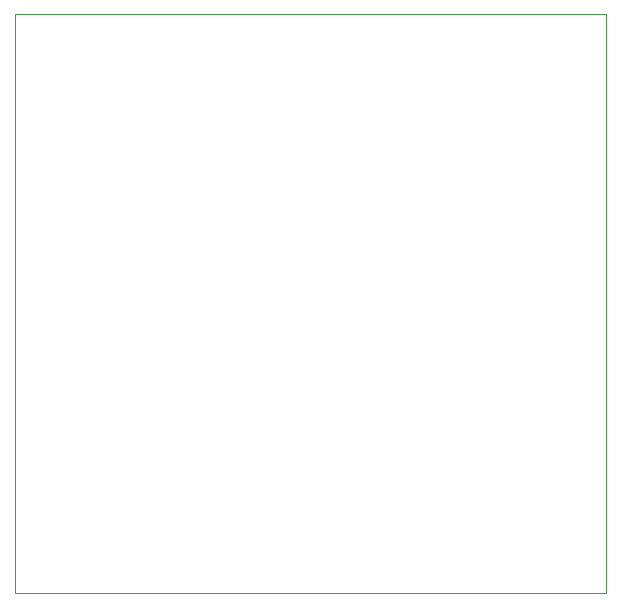
<source format=gbr>
%TF.GenerationSoftware,KiCad,Pcbnew,(5.1.12)-1*%
%TF.CreationDate,2022-03-07T16:55:28+01:00*%
%TF.ProjectId,BSIAB,42534941-422e-46b6-9963-61645f706362,rev?*%
%TF.SameCoordinates,Original*%
%TF.FileFunction,Profile,NP*%
%FSLAX46Y46*%
G04 Gerber Fmt 4.6, Leading zero omitted, Abs format (unit mm)*
G04 Created by KiCad (PCBNEW (5.1.12)-1) date 2022-03-07 16:55:28*
%MOMM*%
%LPD*%
G01*
G04 APERTURE LIST*
%TA.AperFunction,Profile*%
%ADD10C,0.050000*%
%TD*%
G04 APERTURE END LIST*
D10*
X100000000Y-149500000D02*
X100000000Y-100500000D01*
X150000000Y-149500000D02*
X100000000Y-149500000D01*
X150000000Y-100500000D02*
X150000000Y-149500000D01*
X100000000Y-100500000D02*
X150000000Y-100500000D01*
M02*

</source>
